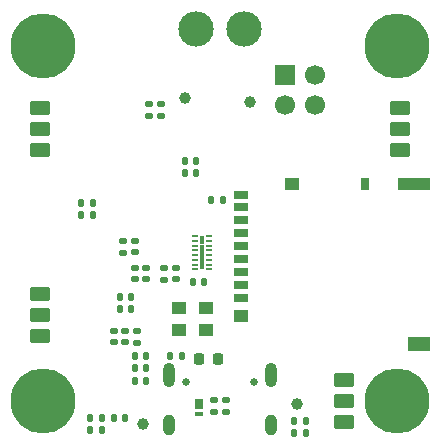
<source format=gbr>
%TF.GenerationSoftware,KiCad,Pcbnew,9.0.1*%
%TF.CreationDate,2025-05-02T13:40:16-04:00*%
%TF.ProjectId,Control Board V2,436f6e74-726f-46c2-9042-6f6172642056,rev?*%
%TF.SameCoordinates,Original*%
%TF.FileFunction,Soldermask,Bot*%
%TF.FilePolarity,Negative*%
%FSLAX46Y46*%
G04 Gerber Fmt 4.6, Leading zero omitted, Abs format (unit mm)*
G04 Created by KiCad (PCBNEW 9.0.1) date 2025-05-02 13:40:16*
%MOMM*%
%LPD*%
G01*
G04 APERTURE LIST*
G04 Aperture macros list*
%AMRoundRect*
0 Rectangle with rounded corners*
0 $1 Rounding radius*
0 $2 $3 $4 $5 $6 $7 $8 $9 X,Y pos of 4 corners*
0 Add a 4 corners polygon primitive as box body*
4,1,4,$2,$3,$4,$5,$6,$7,$8,$9,$2,$3,0*
0 Add four circle primitives for the rounded corners*
1,1,$1+$1,$2,$3*
1,1,$1+$1,$4,$5*
1,1,$1+$1,$6,$7*
1,1,$1+$1,$8,$9*
0 Add four rect primitives between the rounded corners*
20,1,$1+$1,$2,$3,$4,$5,0*
20,1,$1+$1,$4,$5,$6,$7,0*
20,1,$1+$1,$6,$7,$8,$9,0*
20,1,$1+$1,$8,$9,$2,$3,0*%
G04 Aperture macros list end*
%ADD10C,1.700000*%
%ADD11R,1.700000X1.700000*%
%ADD12C,1.000000*%
%ADD13C,5.500000*%
%ADD14C,0.650000*%
%ADD15O,1.000000X2.100000*%
%ADD16O,1.000000X1.800000*%
%ADD17O,3.000000X3.000000*%
%ADD18RoundRect,0.140000X0.140000X0.170000X-0.140000X0.170000X-0.140000X-0.170000X0.140000X-0.170000X0*%
%ADD19RoundRect,0.200000X-0.650000X-0.400000X0.650000X-0.400000X0.650000X0.400000X-0.650000X0.400000X0*%
%ADD20RoundRect,0.135000X0.185000X-0.135000X0.185000X0.135000X-0.185000X0.135000X-0.185000X-0.135000X0*%
%ADD21RoundRect,0.140000X-0.140000X-0.170000X0.140000X-0.170000X0.140000X0.170000X-0.140000X0.170000X0*%
%ADD22RoundRect,0.050000X-0.200000X0.050000X-0.200000X-0.050000X0.200000X-0.050000X0.200000X0.050000X0*%
%ADD23R,0.400000X0.700000*%
%ADD24RoundRect,0.135000X-0.135000X-0.185000X0.135000X-0.185000X0.135000X0.185000X-0.135000X0.185000X0*%
%ADD25R,1.300000X1.100000*%
%ADD26RoundRect,0.140000X0.170000X-0.140000X0.170000X0.140000X-0.170000X0.140000X-0.170000X-0.140000X0*%
%ADD27RoundRect,0.140000X-0.170000X0.140000X-0.170000X-0.140000X0.170000X-0.140000X0.170000X0.140000X0*%
%ADD28RoundRect,0.135000X-0.185000X0.135000X-0.185000X-0.135000X0.185000X-0.135000X0.185000X0.135000X0*%
%ADD29RoundRect,0.135000X0.135000X0.185000X-0.135000X0.185000X-0.135000X-0.185000X0.135000X-0.185000X0*%
%ADD30RoundRect,0.075000X-0.275000X0.390000X-0.275000X-0.390000X0.275000X-0.390000X0.275000X0.390000X0*%
%ADD31RoundRect,0.075000X-0.275000X0.075000X-0.275000X-0.075000X0.275000X-0.075000X0.275000X0.075000X0*%
%ADD32R,1.200000X0.700000*%
%ADD33R,0.800000X1.000000*%
%ADD34R,2.800000X1.000000*%
%ADD35R,1.200000X1.000000*%
%ADD36R,1.900000X1.300000*%
%ADD37RoundRect,0.218750X-0.218750X-0.256250X0.218750X-0.256250X0.218750X0.256250X-0.218750X0.256250X0*%
G04 APERTURE END LIST*
D10*
%TO.C,J1*%
X83000000Y-99460000D03*
X83000000Y-102000000D03*
X80460000Y-102000000D03*
D11*
X80460000Y-99460000D03*
%TD*%
D12*
%TO.C,TP4*%
X68500000Y-129000000D03*
%TD*%
%TO.C,TP3*%
X81500000Y-127250000D03*
%TD*%
D13*
%TO.C,H2*%
X60000000Y-97000000D03*
%TD*%
%TO.C,H1*%
X90000000Y-127000000D03*
%TD*%
D12*
%TO.C,TP2*%
X77500000Y-101750000D03*
%TD*%
%TO.C,TP1*%
X72000000Y-101400000D03*
%TD*%
D14*
%TO.C,J35*%
X72110000Y-125395000D03*
X77890000Y-125395000D03*
D15*
X70680000Y-124875000D03*
D16*
X70680000Y-129075000D03*
D15*
X79320000Y-124875000D03*
D16*
X79320000Y-129075000D03*
%TD*%
D13*
%TO.C,H4*%
X90000000Y-97000000D03*
%TD*%
D17*
%TO.C,BT1*%
X72968000Y-95500000D03*
X77032000Y-95500000D03*
%TD*%
D13*
%TO.C,H3*%
X60000000Y-127000000D03*
%TD*%
D18*
%TO.C,C11*%
X73660000Y-117000000D03*
X72700000Y-117000000D03*
%TD*%
D19*
%TO.C,J30*%
X59750000Y-121556000D03*
X59750000Y-119778000D03*
X59750000Y-118000000D03*
%TD*%
D20*
%TO.C,R2*%
X67940000Y-122110000D03*
X67940000Y-121090000D03*
%TD*%
D21*
%TO.C,C2*%
X67790000Y-124280000D03*
X68750000Y-124280000D03*
%TD*%
D19*
%TO.C,J32*%
X59750000Y-105778000D03*
X59750000Y-104000000D03*
X59750000Y-102222000D03*
%TD*%
D22*
%TO.C,U5*%
X74090000Y-113080000D03*
X74090000Y-113480000D03*
X74090000Y-113880000D03*
X74090000Y-114280000D03*
X74090000Y-114680000D03*
X74090000Y-115080000D03*
X74090000Y-115480000D03*
X74090000Y-115880000D03*
X72840000Y-115880000D03*
X72840000Y-115480000D03*
X72840000Y-115080000D03*
X72840000Y-114680000D03*
X72840000Y-114280000D03*
X72840000Y-113880000D03*
X72840000Y-113480000D03*
X72840000Y-113080000D03*
D23*
X73465000Y-115530000D03*
X73465000Y-114830000D03*
X73465000Y-114130000D03*
X73465000Y-113430000D03*
%TD*%
D24*
%TO.C,R18*%
X63240000Y-110250000D03*
X64260000Y-110250000D03*
%TD*%
D21*
%TO.C,C30*%
X81270000Y-129720000D03*
X82230000Y-129720000D03*
%TD*%
D18*
%TO.C,C1*%
X66980000Y-128500000D03*
X66020000Y-128500000D03*
%TD*%
D25*
%TO.C,Y2*%
X71500000Y-119200000D03*
X73800000Y-119200000D03*
X73800000Y-121000000D03*
X71500000Y-121000000D03*
%TD*%
D26*
%TO.C,C33*%
X67750000Y-114460000D03*
X67750000Y-113500000D03*
%TD*%
D27*
%TO.C,C25*%
X68750000Y-115770000D03*
X68750000Y-116730000D03*
%TD*%
D28*
%TO.C,R9*%
X75500000Y-126990000D03*
X75500000Y-128010000D03*
%TD*%
D18*
%TO.C,C6*%
X71730000Y-123250000D03*
X70770000Y-123250000D03*
%TD*%
D29*
%TO.C,R7*%
X75260000Y-110000000D03*
X74240000Y-110000000D03*
%TD*%
D21*
%TO.C,C5*%
X67790000Y-123250000D03*
X68750000Y-123250000D03*
%TD*%
D19*
%TO.C,J31*%
X85500000Y-128778000D03*
X85500000Y-127000000D03*
X85500000Y-125222000D03*
%TD*%
D21*
%TO.C,C8*%
X66520000Y-119250000D03*
X67480000Y-119250000D03*
%TD*%
D26*
%TO.C,C35*%
X66940000Y-122080000D03*
X66940000Y-121120000D03*
%TD*%
D24*
%TO.C,R19*%
X63240000Y-111250000D03*
X64260000Y-111250000D03*
%TD*%
D19*
%TO.C,J33*%
X90250000Y-105806000D03*
X90250000Y-104028000D03*
X90250000Y-102250000D03*
%TD*%
D26*
%TO.C,C16*%
X70250000Y-116750000D03*
X70250000Y-115790000D03*
%TD*%
D30*
%TO.C,D5*%
X73250000Y-127250000D03*
D31*
X73250000Y-128135000D03*
%TD*%
D21*
%TO.C,C7*%
X67790000Y-125310000D03*
X68750000Y-125310000D03*
%TD*%
D20*
%TO.C,R22*%
X66750000Y-114510000D03*
X66750000Y-113490000D03*
%TD*%
D28*
%TO.C,R21*%
X69000000Y-101890000D03*
X69000000Y-102910000D03*
%TD*%
D18*
%TO.C,C3*%
X64980000Y-128500000D03*
X64020000Y-128500000D03*
%TD*%
%TO.C,C4*%
X64980000Y-129500000D03*
X64020000Y-129500000D03*
%TD*%
D21*
%TO.C,C31*%
X81270000Y-128750000D03*
X82230000Y-128750000D03*
%TD*%
%TO.C,C23*%
X72020000Y-106750000D03*
X72980000Y-106750000D03*
%TD*%
D32*
%TO.C,J2*%
X76775000Y-118275000D03*
X76775000Y-117175000D03*
X76775000Y-116075000D03*
X76775000Y-114975000D03*
X76775000Y-113875000D03*
X76775000Y-112775000D03*
X76775000Y-111675000D03*
X76775000Y-110575000D03*
X76775000Y-109625000D03*
D33*
X87275000Y-108675000D03*
D34*
X91425000Y-108675000D03*
D35*
X81075000Y-108675000D03*
X76775000Y-119825000D03*
D36*
X91875000Y-122175000D03*
%TD*%
D28*
%TO.C,R20*%
X70000000Y-101890000D03*
X70000000Y-102910000D03*
%TD*%
D26*
%TO.C,C17*%
X71250000Y-116730000D03*
X71250000Y-115770000D03*
%TD*%
D21*
%TO.C,C22*%
X72020000Y-107750000D03*
X72980000Y-107750000D03*
%TD*%
D37*
%TO.C,FB1*%
X73212500Y-123500000D03*
X74787500Y-123500000D03*
%TD*%
D26*
%TO.C,C36*%
X66000000Y-122080000D03*
X66000000Y-121120000D03*
%TD*%
D21*
%TO.C,C9*%
X66520000Y-118250000D03*
X67480000Y-118250000D03*
%TD*%
D27*
%TO.C,C24*%
X67750000Y-115770000D03*
X67750000Y-116730000D03*
%TD*%
D28*
%TO.C,R8*%
X74500000Y-126990000D03*
X74500000Y-128010000D03*
%TD*%
M02*

</source>
